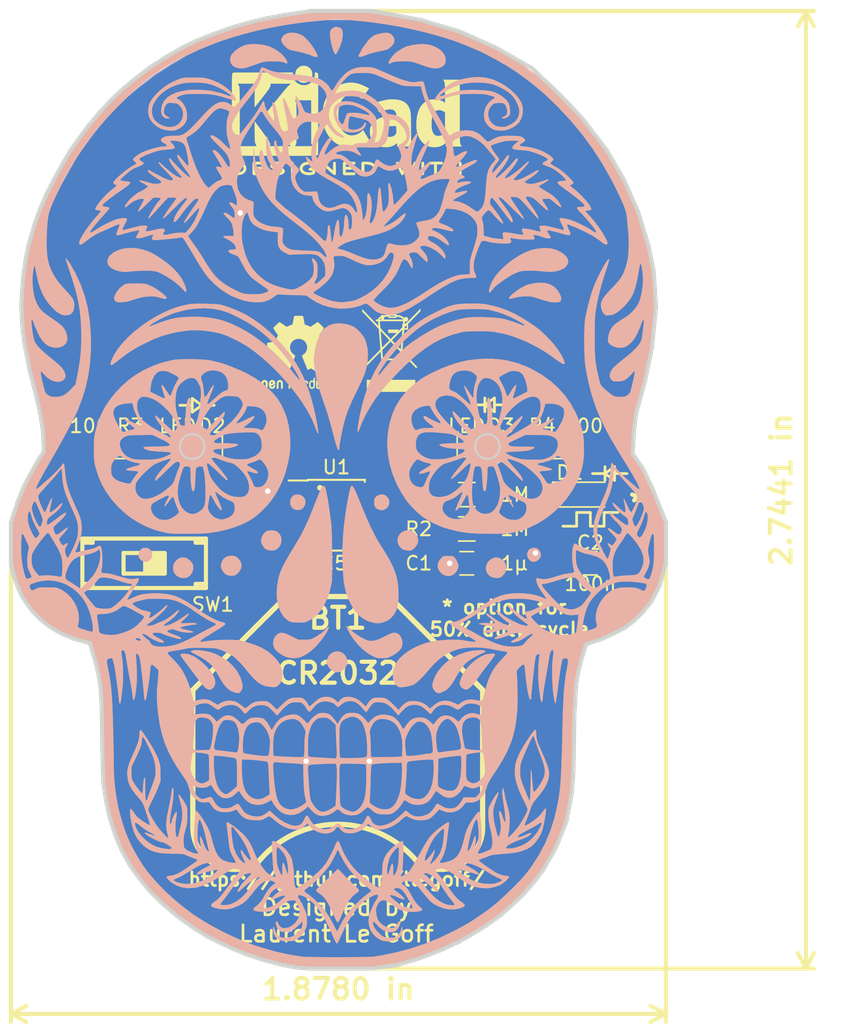
<source format=kicad_pcb>
(kicad_pcb (version 20171130) (host pcbnew "(5.0.0)")
  (layers (0 F.Cu signal) (31 B.Cu signal) (34 B.Paste user) (35 F.Paste user) (36 B.SilkS user) (37 F.SilkS user) (38 B.Mask user) (39 F.Mask user) (44 Edge.Cuts user))
  (net 0 "")
  (net 1 "Net-(BT1-Pad1)")
  (net 2 GND)
  (net 3 "Net-(C1-Pad1)")
  (net 4 "Net-(C2-Pad1)")
  (net 5 "Net-(D1-Pad2)")
  (net 6 "Net-(D2-Pad2)")
  (net 7 "Net-(D2-Pad1)")
  (net 8 "Net-(D3-Pad2)")
  (net 9 +3V3)
  (net 10 "Net-(SW1-Pad3)")
  (net 11 "Net-(SW1-Pad6)")
  (module _LaurentPerso:calavera (layer B.Cu) (at 141 81.6 180)
    (fp_text reference "" (at 0 0 180) (layer B.SilkS) (effects (font (size 1.27 1.27)) (justify mirror)))
    (fp_text value "" (at 0 0 180) (layer B.SilkS) (effects (font (size 1.27 1.27)) (justify mirror)))
  )
  (module _LaurentPerso:CR2032_smd (layer F.Cu) (at 138.6 113)
    (fp_text reference BT1 (at 0 -9) (layer F.SilkS) (effects (font (size 1.524 1.524) (thickness 0.3048))))
    (fp_text value CR2032 (at 0 -5) (layer F.SilkS) (effects (font (size 1.524 1.524) (thickness 0.3048))))
    (pad 1 smd rect (at -14.465 0) (size 5.08 5.08) (layers F.Cu F.Paste F.Mask) (net 1 "Net-(BT1-Pad1)"))
    (pad 1 smd rect (at 14.465 0) (size 5.08 5.08) (layers F.Cu F.Paste F.Mask) (net 1 "Net-(BT1-Pad1)"))
    (pad 2 smd circle (at 0 0) (size 6 6) (layers F.Cu F.Paste F.Mask) (net 2 GND))
  )
  (module Capacitors_SMD:C_0805_HandSoldering (layer F.Cu) (at 148 100 180)
    (fp_text reference C1 (at 3.5 0 180) (layer F.SilkS))
    (fp_text value 1µ (at -3.5 0 180) (layer F.SilkS))
    (pad 2 smd rect (at 1.25 0 180) (size 1.5 1.25) (layers F.Cu F.Paste F.Mask) (net 2 GND))
    (pad 1 smd rect (at -1.25 0 180) (size 1.5 1.25) (layers F.Cu F.Paste F.Mask) (net 3 "Net-(C1-Pad1)"))
  )
  (module Capacitors_SMD:C_0805_HandSoldering (layer F.Cu) (at 157 100)
    (fp_text reference C2 (at 0 -1.5) (layer F.SilkS))
    (fp_text value 100n (at 0 1.5) (layer F.SilkS))
    (pad 1 smd rect (at -1.25 0) (size 1.5 1.25) (layers F.Cu F.Paste F.Mask) (net 4 "Net-(C2-Pad1)"))
    (pad 2 smd rect (at 1.25 0) (size 1.5 1.25) (layers F.Cu F.Paste F.Mask) (net 2 GND))
  )
  (module LEDs:LED_0805_HandSoldering (layer F.Cu) (at 128 91.5 180)
    (fp_text reference D2 (at -1.45 1.5 180) (layer F.SilkS))
    (fp_text value LED (at 1.05 1.5 180) (layer F.SilkS))
    (pad 2 smd rect (at 1.35 0 180) (size 1.5 1.3) (layers F.Cu F.Paste F.Mask) (net 6 "Net-(D2-Pad2)"))
    (pad 1 smd rect (at -1.35 0 180) (size 1.5 1.3) (layers F.Cu F.Paste F.Mask) (net 7 "Net-(D2-Pad1)"))
  )
  (module LEDs:LED_0805_HandSoldering (layer F.Cu) (at 149.5 91.5)
    (fp_text reference D3 (at 1 -1.5) (layer F.SilkS))
    (fp_text value LED (at -1.5 -1.5) (layer F.SilkS))
    (pad 1 smd rect (at -1.35 0) (size 1.5 1.3) (layers F.Cu F.Paste F.Mask) (net 7 "Net-(D2-Pad1)"))
    (pad 2 smd rect (at 1.35 0) (size 1.5 1.3) (layers F.Cu F.Paste F.Mask) (net 8 "Net-(D3-Pad2)"))
  )
  (module Resistors_SMD:R_0805_HandSoldering (layer F.Cu) (at 148 95)
    (fp_text reference R1 (at -3.5 0) (layer F.SilkS))
    (fp_text value 1M (at 3.5 2.5) (layer F.SilkS))
    (pad 2 smd rect (at 1.35 0) (size 1.5 1.3) (layers F.Cu F.Paste F.Mask) (net 5 "Net-(D1-Pad2)"))
    (pad 1 smd rect (at -1.35 0) (size 1.5 1.3) (layers F.Cu F.Paste F.Mask) (net 9 +3V3))
  )
  (module Resistors_SMD:R_0805_HandSoldering (layer F.Cu) (at 148 97.5 180)
    (fp_text reference R2 (at 3.5 0 180) (layer F.SilkS))
    (fp_text value 1M (at -3.5 2.5 180) (layer F.SilkS))
    (pad 1 smd rect (at -1.35 0 180) (size 1.5 1.3) (layers F.Cu F.Paste F.Mask) (net 5 "Net-(D1-Pad2)"))
    (pad 2 smd rect (at 1.35 0 180) (size 1.5 1.3) (layers F.Cu F.Paste F.Mask) (net 3 "Net-(C1-Pad1)"))
  )
  (module Resistors_SMD:R_0805_HandSoldering (layer F.Cu) (at 122.5 91.5)
    (fp_text reference R3 (at 1 -1.5) (layer F.SilkS))
    (fp_text value 100 (at -2 -1.5) (layer F.SilkS))
    (pad 2 smd rect (at 1.35 0) (size 1.5 1.3) (layers F.Cu F.Paste F.Mask) (net 6 "Net-(D2-Pad2)"))
    (pad 1 smd rect (at -1.35 0) (size 1.5 1.3) (layers F.Cu F.Paste F.Mask) (net 9 +3V3))
  )
  (module Resistors_SMD:R_0805_HandSoldering (layer F.Cu) (at 154.75 91.5 180)
    (fp_text reference R4 (at 1.25 1.5 180) (layer F.SilkS))
    (fp_text value 100 (at -1.75 1.5 180) (layer F.SilkS))
    (pad 1 smd rect (at -1.35 0 180) (size 1.5 1.3) (layers F.Cu F.Paste F.Mask) (net 9 +3V3))
    (pad 2 smd rect (at 1.35 0 180) (size 1.5 1.3) (layers F.Cu F.Paste F.Mask) (net 8 "Net-(D3-Pad2)"))
  )
  (module _LaurentPerso:SW_DPDT_MSS22D18 (layer F.Cu) (at 124.5 100 180)
    (fp_text reference SW1 (at -5 -3 180) (layer F.SilkS))
    (fp_text value SW_DPDT_x2)
    (pad 1 smd rect (at -2.5 -2.75 180) (size 1.2 2.5) (layers F.Cu F.Paste F.Mask) (net 9 +3V3))
    (pad 2 smd rect (at 0 -2.75 180) (size 1.2 2.5) (layers F.Cu F.Paste F.Mask) (net 1 "Net-(BT1-Pad1)"))
    (pad 3 smd rect (at 2.5 -2.75 180) (size 1.2 2.5) (layers F.Cu F.Paste F.Mask) (net 10 "Net-(SW1-Pad3)"))
    (pad 4 smd rect (at -2.5 2.75 180) (size 1.2 2.5) (layers F.Cu F.Paste F.Mask) (net 9 +3V3))
    (pad 5 smd rect (at 0 2.75 180) (size 1.2 2.5) (layers F.Cu F.Paste F.Mask) (net 1 "Net-(BT1-Pad1)"))
    (pad 6 smd rect (at 2.5 2.75 180) (size 1.2 2.5) (layers F.Cu F.Paste F.Mask) (net 11 "Net-(SW1-Pad6)"))
  )
  (module Housings_SOIC:SOIC-8_3.9x4.9mm_Pitch1.27mm (layer F.Cu) (at 138.5 96.5)
    (fp_text reference U1 (at 0 -3.5) (layer F.SilkS))
    (fp_text value TLC555 (at 0 3.5) (layer F.SilkS))
    (pad 8 smd rect (at 2.7 -1.905) (size 1.55 0.6) (layers F.Cu F.Paste F.Mask) (net 9 +3V3))
    (pad 7 smd rect (at 2.7 -0.635) (size 1.55 0.6) (layers F.Cu F.Paste F.Mask) (net 5 "Net-(D1-Pad2)"))
    (pad 6 smd rect (at 2.7 0.635) (size 1.55 0.6) (layers F.Cu F.Paste F.Mask) (net 3 "Net-(C1-Pad1)"))
    (pad 5 smd rect (at 2.7 1.905) (size 1.55 0.6) (layers F.Cu F.Paste F.Mask) (net 4 "Net-(C2-Pad1)"))
    (pad 4 smd rect (at -2.7 1.905) (size 1.55 0.6) (layers F.Cu F.Paste F.Mask) (net 9 +3V3))
    (pad 3 smd rect (at -2.7 0.635) (size 1.55 0.6) (layers F.Cu F.Paste F.Mask) (net 7 "Net-(D2-Pad1)"))
    (pad 2 smd rect (at -2.7 -0.635) (size 1.55 0.6) (layers F.Cu F.Paste F.Mask) (net 3 "Net-(C1-Pad1)"))
    (pad 1 smd rect (at -2.7 -1.905) (size 1.55 0.6) (layers F.Cu F.Paste F.Mask) (net 2 GND))
  )
  (module Symbols:KiCad-Logo2_8mm_SilkScreen (layer F.Cu) (at 139.25 67.75)
    (fp_text reference REF*** hide)
    (fp_text value KiCad-Logo2_8mm_SilkScreen hide)
  )
  (module Symbols:OSHW-Logo2_7.3x6mm_SilkScreen (layer F.Cu) (at 135.75 84.75)
    (fp_text reference REF*** hide)
    (fp_text value OSHW-Logo2_7.3x6mm_SilkScreen hide)
  )
  (module Symbols:WEEE-Logo_4.2x6mm_SilkScreen (layer F.Cu) (at 142.5 84.5)
    (fp_text reference REF*** hide)
    (fp_text value WEEE-Logo_4.2x6mm_SilkScreen hide)
  )
  (module Diodes_SMD:D_MicroMELF_Hadsoldering (layer F.Cu) (at 156.95 95)
    (fp_text reference D1 (at -1.45 -1.6) (layer F.SilkS))
    (fp_text value 1N4148)
    (pad 2 smd rect (at 1.45 0) (size 2.2 1.5) (layers F.Cu F.Paste F.Mask) (net 5 "Net-(D1-Pad2)"))
    (pad 1 smd rect (at -1.45 0) (size 2.2 1.5) (layers F.Cu F.Paste F.Mask) (net 3 "Net-(C1-Pad1)"))
  )
  (dimension 69.7 (width 0.3) (layer F.SilkS) (gr_text "69,700 mm" (at 174.8 94.65 90) (layer F.SilkS) (effects (font (size 1.5 1.5) (thickness 0.3)))) (feature1 (pts (xy 141.1 59.8) (xy 173.286421 59.8))) (feature2 (pts (xy 141.1 129.5) (xy 173.286421 129.5))) (crossbar (pts (xy 172.7 129.5) (xy 172.7 59.8))) (arrow1a (pts (xy 172.7 59.8) (xy 173.286421 60.926504))) (arrow1b (pts (xy 172.7 59.8) (xy 172.113579 60.926504))) (arrow2a (pts (xy 172.7 129.5) (xy 173.286421 128.373496))) (arrow2b (pts (xy 172.7 129.5) (xy 172.113579 128.373496))))
  (dimension 47.7 (width 0.3) (layer F.SilkS) (gr_text "47,700 mm" (at 138.65 134.9) (layer F.SilkS) (effects (font (size 1.5 1.5) (thickness 0.3)))) (feature1 (pts (xy 162.5 100) (xy 162.5 133.386421))) (feature2 (pts (xy 114.8 100) (xy 114.8 133.386421))) (crossbar (pts (xy 114.8 132.8) (xy 162.5 132.8))) (arrow1a (pts (xy 162.5 132.8) (xy 161.373496 133.386421))) (arrow1b (pts (xy 162.5 132.8) (xy 161.373496 132.213579))) (arrow2a (pts (xy 114.8 132.8) (xy 115.926504 133.386421))) (arrow2b (pts (xy 114.8 132.8) (xy 115.926504 132.213579))))
  (gr_text "* option for \n50% duty cycle" (at 151.1 104) (layer F.SilkS) (effects (font (size 1 1) (thickness 0.2))))
  (gr_circle (center 149.5 91.5) (end 149.5 92.4) (layer Edge.Cuts) (width 0.15))
  (gr_circle (center 128 91.5) (end 128 90.6) (layer Edge.Cuts) (width 0.15))
  (gr_text * (at 160.4 95.6) (layer F.SilkS) (effects (font (size 1.5 1.5) (thickness 0.3))))
  (gr_line (start 158.763207 92.968463) (end 158.763207 93.968463) (layer F.SilkS) (width 0.2))
  (gr_line (start 158.763207 93.468463) (end 159.663207 93.468463) (layer F.SilkS) (width 0.2))
  (gr_line (start 158.063207 93.468463) (end 157.163207 93.468463) (layer F.SilkS) (width 0.2))
  (gr_line (start 158.063207 93.968463) (end 158.063207 92.968463) (layer F.SilkS) (width 0.2))
  (gr_line (start 158.763207 93.968463) (end 158.063207 93.468463) (layer F.SilkS) (width 0.2))
  (gr_line (start 158.063207 93.468463) (end 158.763207 92.968463) (layer F.SilkS) (width 0.2))
  (gr_text https://github.com/llegoff/ (at 138.5 123) (layer F.SilkS) (effects (font (size 1 1) (thickness 0.2))))
  (gr_text "Designed by\nLaurent Le Goff" (at 138.5 126) (layer F.SilkS) (effects (font (size 1.2 1.2) (thickness 0.2))))
  (gr_line (start 156 97.3) (end 155 97.3) (layer F.SilkS) (width 0.2))
  (gr_line (start 158 96.3) (end 159 96.3) (layer F.SilkS) (width 0.2))
  (gr_line (start 158 97.3) (end 158 96.3) (layer F.SilkS) (width 0.2))
  (gr_line (start 157 97.3) (end 158 97.3) (layer F.SilkS) (width 0.2))
  (gr_line (start 157 96.3) (end 157 97.3) (layer F.SilkS) (width 0.2))
  (gr_line (start 156 96.3) (end 157 96.3) (layer F.SilkS) (width 0.2))
  (gr_line (start 156 97.3) (end 156 96.3) (layer F.SilkS) (width 0.2))
  (gr_line (start 150.013207 88.468463) (end 150.913207 88.468463) (layer F.SilkS) (width 0.2))
  (gr_line (start 150.013207 87.968463) (end 150.013207 88.968463) (layer F.SilkS) (width 0.2))
  (gr_line (start 149.313207 88.968463) (end 149.313207 87.968463) (layer F.SilkS) (width 0.2))
  (gr_line (start 149.313207 88.468463) (end 150.013207 87.968463) (layer F.SilkS) (width 0.2))
  (gr_line (start 150.013207 88.968463) (end 149.313207 88.468463) (layer F.SilkS) (width 0.2))
  (gr_line (start 149.313207 88.468463) (end 148.413207 88.468463) (layer F.SilkS) (width 0.2))
  (gr_line (start 128 88.5) (end 127.1 88.5) (layer F.SilkS) (width 0.2))
  (gr_line (start 128.7 88.5) (end 129.6 88.5) (layer F.SilkS) (width 0.2))
  (gr_line (start 128.7 88) (end 128.7 89) (layer F.SilkS) (width 0.2))
  (gr_line (start 128.7 88.5) (end 128 89) (layer F.SilkS) (width 0.2))
  (gr_line (start 128 88) (end 128.7 88.5) (layer F.SilkS) (width 0.2))
  (gr_line (start 128 89) (end 128 88) (layer F.SilkS) (width 0.2))
  (gr_circle (center 137.3 94.5) (end 137.3 94.6) (layer F.SilkS) (width 0.2))
  (gr_line (start 132.065384 60.662132) (end 133.301071 60.360745) (layer Edge.Cuts) (width 0.3))
  (gr_line (start 135.440917 59.984011) (end 136.6 59.8) (layer Edge.Cuts) (width 0.3))
  (gr_line (start 133.301071 60.360745) (end 134.461409 60.134705) (layer Edge.Cuts) (width 0.3))
  (gr_line (start 134.461409 60.134705) (end 135.440917 59.984011) (layer Edge.Cuts) (width 0.3))
  (gr_line (start 130.814627 61.023796) (end 132.065384 60.662132) (layer Edge.Cuts) (width 0.3))
  (gr_line (start 130.905065 128.037185) (end 129.850211 127.539895) (layer Edge.Cuts) (width 0.3))
  (gr_line (start 129.850211 127.539895) (end 129.066605 127.148092) (layer Edge.Cuts) (width 0.3))
  (gr_line (start 126.866481 125.656228) (end 125.72121 124.67672) (layer Edge.Cuts) (width 0.3))
  (gr_line (start 141.860481 129.393426) (end 141.1 129.5) (layer Edge.Cuts) (width 0.3))
  (gr_line (start 144.151021 128.881068) (end 142.870125 129.242732) (layer Edge.Cuts) (width 0.3))
  (gr_line (start 144.949698 128.60982) (end 144.151021 128.881068) (layer Edge.Cuts) (width 0.3))
  (gr_line (start 129.066605 127.148092) (end 128.087096 126.53025) (layer Edge.Cuts) (width 0.3))
  (gr_line (start 146.290868 128.082391) (end 144.949698 128.60982) (layer Edge.Cuts) (width 0.3))
  (gr_line (start 121.501792 115.032337) (end 121.456585 113.630889) (layer Edge.Cuts) (width 0.3))
  (gr_line (start 122.842964 120.849106) (end 122.421023 119.839459) (layer Edge.Cuts) (width 0.3))
  (gr_line (start 121.53193 116.026914) (end 121.501792 115.032337) (layer Edge.Cuts) (width 0.3))
  (gr_line (start 123.490945 122.024515) (end 122.842964 120.849106) (layer Edge.Cuts) (width 0.3))
  (gr_line (start 125.72121 124.67672) (end 124.862257 123.817766) (layer Edge.Cuts) (width 0.3))
  (gr_line (start 133.180537 128.865997) (end 132.020196 128.489265) (layer Edge.Cuts) (width 0.3))
  (gr_line (start 148.551272 126.906983) (end 147.466277 127.524827) (layer Edge.Cuts) (width 0.3))
  (gr_line (start 124.093719 122.868398) (end 123.490945 122.024515) (layer Edge.Cuts) (width 0.3))
  (gr_line (start 124.862257 123.817766) (end 124.093719 122.868398) (layer Edge.Cuts) (width 0.3))
  (gr_line (start 128.087096 126.53025) (end 126.866481 125.656228) (layer Edge.Cuts) (width 0.3))
  (gr_line (start 132.020196 128.489265) (end 130.905065 128.037185) (layer Edge.Cuts) (width 0.3))
  (gr_line (start 141.1 129.5) (end 136.6 129.5) (layer Edge.Cuts) (width 0.3))
  (gr_line (start 147.466277 127.524827) (end 146.290868 128.082391) (layer Edge.Cuts) (width 0.3))
  (gr_line (start 135.6067 129.423564) (end 134.491569 129.212593) (layer Edge.Cuts) (width 0.3))
  (gr_line (start 121.727833 117.2626) (end 121.53193 116.026914) (layer Edge.Cuts) (width 0.3))
  (gr_line (start 121.999081 118.543495) (end 121.727833 117.2626) (layer Edge.Cuts) (width 0.3))
  (gr_line (start 134.491569 129.212593) (end 133.180537 128.865997) (layer Edge.Cuts) (width 0.3))
  (gr_line (start 136.6 129.5) (end 135.6067 129.423564) (layer Edge.Cuts) (width 0.3))
  (gr_line (start 142.870125 129.242732) (end 141.860481 129.393426) (layer Edge.Cuts) (width 0.3))
  (gr_line (start 122.421023 119.839459) (end 121.999081 118.543495) (layer Edge.Cuts) (width 0.3))
  (gr_line (start 118.472842 105.116706) (end 117.945416 104.815319) (layer Edge.Cuts) (width 0.3))
  (gr_line (start 116.378204 103.519356) (end 116.001469 103.006998) (layer Edge.Cuts) (width 0.3))
  (gr_line (start 121.381226 109.848483) (end 121.305881 108.868974) (layer Edge.Cuts) (width 0.3))
  (gr_line (start 120.914078 107.015443) (end 120.688036 106.307186) (layer Edge.Cuts) (width 0.3))
  (gr_line (start 121.456585 113.630889) (end 121.441504 112.349994) (layer Edge.Cuts) (width 0.3))
  (gr_line (start 121.411365 110.918405) (end 121.381226 109.848483) (layer Edge.Cuts) (width 0.3))
  (gr_line (start 121.441504 112.349994) (end 121.411365 110.918405) (layer Edge.Cuts) (width 0.3))
  (gr_line (start 116.001469 103.006998) (end 115.609666 102.404224) (layer Edge.Cuts) (width 0.3))
  (gr_line (start 129.307693 61.566293) (end 130.814627 61.023796) (layer Edge.Cuts) (width 0.3))
  (gr_line (start 117.342642 104.408448) (end 116.860423 104.001575) (layer Edge.Cuts) (width 0.3))
  (gr_line (start 115.865836 77.916535) (end 116.046668 76.982235) (layer Edge.Cuts) (width 0.3))
  (gr_line (start 127.348678 62.425245) (end 128.267907 61.988234) (layer Edge.Cuts) (width 0.3))
  (gr_line (start 126.067783 63.163643) (end 127.348678 62.425245) (layer Edge.Cuts) (width 0.3))
  (gr_line (start 116.694659 92.639287) (end 117.191949 91.870749) (layer Edge.Cuts) (width 0.3))
  (gr_line (start 120.688036 106.307186) (end 120.567482 105.824967) (layer Edge.Cuts) (width 0.3))
  (gr_line (start 122.782666 65.619947) (end 123.762172 64.791133) (layer Edge.Cuts) (width 0.3))
  (gr_line (start 120.371571 68.242014) (end 121.170245 67.277576) (layer Edge.Cuts) (width 0.3))
  (gr_line (start 119.135882 69.94485) (end 119.693449 69.161244) (layer Edge.Cuts) (width 0.3))
  (gr_line (start 116.935758 74.179337) (end 117.37277 73.154621) (layer Edge.Cuts) (width 0.3))
  (gr_line (start 115.594588 82.211299) (end 115.549378 81.276999) (layer Edge.Cuts) (width 0.3))
  (gr_line (start 116.694648 88.058206) (end 116.438471 87.01842) (layer Edge.Cuts) (width 0.3))
  (gr_line (start 121.305881 108.868974) (end 121.170255 108.05523) (layer Edge.Cuts) (width 0.3))
  (gr_line (start 114.8 97) (end 115 96.4) (layer Edge.Cuts) (width 0.3))
  (gr_line (start 115.293211 95.517533) (end 115.715153 94.447608) (layer Edge.Cuts) (width 0.3))
  (gr_line (start 118.487902 71.059982) (end 119.135882 69.94485) (layer Edge.Cuts) (width 0.3))
  (gr_line (start 115.805558 84.155245) (end 115.669933 83.175737) (layer Edge.Cuts) (width 0.3))
  (gr_line (start 116.589164 75.113636) (end 116.935758 74.179337) (layer Edge.Cuts) (width 0.3))
  (gr_line (start 115.609656 80.237214) (end 115.700072 79.046736) (layer Edge.Cuts) (width 0.3))
  (gr_line (start 115.549378 81.276999) (end 115.609656 80.237214) (layer Edge.Cuts) (width 0.3))
  (gr_line (start 119.377002 105.493441) (end 118.472842 105.116706) (layer Edge.Cuts) (width 0.3))
  (gr_line (start 116.046668 76.982235) (end 116.302845 76.047936) (layer Edge.Cuts) (width 0.3))
  (gr_line (start 117.146729 90.544647) (end 117.056313 89.866528) (layer Edge.Cuts) (width 0.3))
  (gr_line (start 114.8 100) (end 114.8 97) (layer Edge.Cuts) (width 0.3))
  (gr_line (start 115.669933 83.175737) (end 115.594588 82.211299) (layer Edge.Cuts) (width 0.3))
  (gr_line (start 116.905619 89.007574) (end 116.694648 88.058206) (layer Edge.Cuts) (width 0.3))
  (gr_line (start 115.715153 94.447608) (end 116.152163 93.618796) (layer Edge.Cuts) (width 0.3))
  (gr_line (start 117.945416 104.815319) (end 117.342642 104.408448) (layer Edge.Cuts) (width 0.3))
  (gr_line (start 116.302845 76.047936) (end 116.589164 75.113636) (layer Edge.Cuts) (width 0.3))
  (gr_line (start 115.986391 85.044336) (end 115.805558 84.155245) (layer Edge.Cuts) (width 0.3))
  (gr_line (start 116.152163 93.618796) (end 116.694659 92.639287) (layer Edge.Cuts) (width 0.3))
  (gr_line (start 128.267907 61.988234) (end 129.307693 61.566293) (layer Edge.Cuts) (width 0.3))
  (gr_line (start 115.609666 102.404224) (end 115.368557 101.906935) (layer Edge.Cuts) (width 0.3))
  (gr_line (start 115 96.4) (end 115.293211 95.517533) (layer Edge.Cuts) (width 0.3))
  (gr_line (start 117.056313 89.866528) (end 116.905619 89.007574) (layer Edge.Cuts) (width 0.3))
  (gr_line (start 116.860423 104.001575) (end 116.378204 103.519356) (layer Edge.Cuts) (width 0.3))
  (gr_line (start 123.762172 64.791133) (end 124.922513 63.902041) (layer Edge.Cuts) (width 0.3))
  (gr_line (start 117.191949 91.870749) (end 117.16181 91.19263) (layer Edge.Cuts) (width 0.3))
  (gr_line (start 115.157586 101.3343) (end 114.961686 100.731526) (layer Edge.Cuts) (width 0.3))
  (gr_line (start 121.170245 67.277576) (end 122.044267 66.328207) (layer Edge.Cuts) (width 0.3))
  (gr_line (start 121.170255 108.05523) (end 120.914078 107.015443) (layer Edge.Cuts) (width 0.3))
  (gr_line (start 124.922513 63.902041) (end 126.067783 63.163643) (layer Edge.Cuts) (width 0.3))
  (gr_line (start 122.044267 66.328207) (end 122.782666 65.619947) (layer Edge.Cuts) (width 0.3))
  (gr_line (start 119.693449 69.161244) (end 120.371571 68.242014) (layer Edge.Cuts) (width 0.3))
  (gr_line (start 117.37277 73.154621) (end 117.870057 72.175113) (layer Edge.Cuts) (width 0.3))
  (gr_line (start 120.567482 105.824967) (end 119.377002 105.493441) (layer Edge.Cuts) (width 0.3))
  (gr_line (start 114.961686 100.731526) (end 114.8 100) (layer Edge.Cuts) (width 0.3))
  (gr_line (start 117.870057 72.175113) (end 118.487902 71.059982) (layer Edge.Cuts) (width 0.3))
  (gr_line (start 115.700072 79.046736) (end 115.865836 77.916535) (layer Edge.Cuts) (width 0.3))
  (gr_line (start 116.152152 85.933428) (end 115.986391 85.044336) (layer Edge.Cuts) (width 0.3))
  (gr_line (start 115.368557 101.906935) (end 115.157586 101.3343) (layer Edge.Cuts) (width 0.3))
  (gr_line (start 116.438471 87.01842) (end 116.152152 85.933428) (layer Edge.Cuts) (width 0.3))
  (gr_line (start 117.16181 91.19263) (end 117.146729 90.544647) (layer Edge.Cuts) (width 0.3))
  (gr_line (start 161.612997 78.765592) (end 161.783489 81.322945) (layer Edge.Cuts) (width 0.3))
  (gr_line (start 159.439249 72.073851) (end 160.462189 74.375469) (layer Edge.Cuts) (width 0.3))
  (gr_line (start 160.847859 103.519356) (end 160.245085 104.1372) (layer Edge.Cuts) (width 0.3))
  (gr_line (start 154.774912 65.876126) (end 156.370424 67.555861) (layer Edge.Cuts) (width 0.3))
  (gr_line (start 149.395155 126.379557) (end 148.551272 126.906983) (layer Edge.Cuts) (width 0.3))
  (gr_line (start 150.434939 125.641158) (end 149.395155 126.379557) (layer Edge.Cuts) (width 0.3))
  (gr_line (start 151.293893 124.88769) (end 150.434939 125.641158) (layer Edge.Cuts) (width 0.3))
  (gr_line (start 158.203195 69.942723) (end 159.439249 72.073851) (layer Edge.Cuts) (width 0.3))
  (gr_line (start 152.092566 124.119155) (end 151.293893 124.88769) (layer Edge.Cuts) (width 0.3))
  (gr_line (start 152.906311 123.199924) (end 152.092566 124.119155) (layer Edge.Cuts) (width 0.3))
  (gr_line (start 153.554294 122.325902) (end 152.906311 123.199924) (layer Edge.Cuts) (width 0.3))
  (gr_line (start 147.481347 61.295044) (end 150.073274 62.440315) (layer Edge.Cuts) (width 0.3))
  (gr_line (start 154.021445 121.527225) (end 153.554294 122.325902) (layer Edge.Cuts) (width 0.3))
  (gr_line (start 155.257131 118.799676) (end 154.880396 119.749043) (layer Edge.Cuts) (width 0.3))
  (gr_line (start 155.648934 116.689965) (end 155.437963 117.820167) (layer Edge.Cuts) (width 0.3))
  (gr_line (start 155.72428 115.770736) (end 155.648934 116.689965) (layer Edge.Cuts) (width 0.3))
  (gr_line (start 155.799628 113.38978) (end 155.769489 115.047408) (layer Edge.Cuts) (width 0.3))
  (gr_line (start 155.829766 111.084169) (end 155.799628 113.38978) (layer Edge.Cuts) (width 0.3))
  (gr_line (start 160.334321 89.080249) (end 160.163832 90.486793) (layer Edge.Cuts) (width 0.3))
  (gr_line (start 155.965389 108.853906) (end 155.829766 111.084169) (layer Edge.Cuts) (width 0.3))
  (gr_line (start 156.357192 106.955166) (end 156.131153 107.859327) (layer Edge.Cuts) (width 0.3))
  (gr_line (start 162.038336 101.635686) (end 161.450633 102.796027) (layer Edge.Cuts) (width 0.3))
  (gr_line (start 160.845793 93.12939) (end 161.527754 94.578558) (layer Edge.Cuts) (width 0.3))
  (gr_line (start 158.692942 105.116706) (end 157.833988 105.508509) (layer Edge.Cuts) (width 0.3))
  (gr_line (start 156.748995 105.870173) (end 156.658579 106.005799) (layer Edge.Cuts) (width 0.3))
  (gr_line (start 157.833988 105.508509) (end 156.748995 105.870173) (layer Edge.Cuts) (width 0.3))
  (gr_line (start 159.521757 104.694765) (end 158.692942 105.116706) (layer Edge.Cuts) (width 0.3))
  (gr_line (start 162.5 97) (end 162.5 100) (layer Edge.Cuts) (width 0.3))
  (gr_line (start 160.163832 90.486793) (end 160.078586 92.021204) (layer Edge.Cuts) (width 0.3))
  (gr_line (start 152.725479 63.94725) (end 154.774912 65.876126) (layer Edge.Cuts) (width 0.3))
  (gr_line (start 141.1 59.8) (end 144.648311 60.451161) (layer Edge.Cuts) (width 0.3))
  (gr_line (start 160.931039 86.949121) (end 160.334321 89.080249) (layer Edge.Cuts) (width 0.3))
  (gr_line (start 161.229396 76.847577) (end 161.612997 78.765592) (layer Edge.Cuts) (width 0.3))
  (gr_line (start 155.769489 115.047408) (end 155.72428 115.770736) (layer Edge.Cuts) (width 0.3))
  (gr_line (start 161.527754 94.578558) (end 162.5 97) (layer Edge.Cuts) (width 0.3))
  (gr_line (start 156.658579 106.005799) (end 156.357192 106.955166) (layer Edge.Cuts) (width 0.3))
  (gr_line (start 155.437963 117.820167) (end 155.257131 118.799676) (layer Edge.Cuts) (width 0.3))
  (gr_line (start 156.131153 107.859327) (end 155.965389 108.853906) (layer Edge.Cuts) (width 0.3))
  (gr_line (start 161.485132 84.306523) (end 160.931039 86.949121) (layer Edge.Cuts) (width 0.3))
  (gr_line (start 161.783489 81.322945) (end 161.485132 84.306523) (layer Edge.Cuts) (width 0.3))
  (gr_line (start 136.6 59.8) (end 141.1 59.8) (layer Edge.Cuts) (width 0.3))
  (gr_line (start 156.370424 67.555861) (end 158.203195 69.942723) (layer Edge.Cuts) (width 0.3))
  (gr_line (start 154.473525 120.713481) (end 154.021445 121.527225) (layer Edge.Cuts) (width 0.3))
  (gr_line (start 154.880396 119.749043) (end 154.473525 120.713481) (layer Edge.Cuts) (width 0.3))
  (gr_line (start 160.462189 74.375469) (end 161.229396 76.847577) (layer Edge.Cuts) (width 0.3))
  (gr_line (start 160.245085 104.1372) (end 159.521757 104.694765) (layer Edge.Cuts) (width 0.3))
  (gr_line (start 160.078586 92.021204) (end 160.845793 93.12939) (layer Edge.Cuts) (width 0.3))
  (gr_line (start 161.450633 102.796027) (end 160.847859 103.519356) (layer Edge.Cuts) (width 0.3))
  (gr_line (start 144.648311 60.451161) (end 147.481347 61.295044) (layer Edge.Cuts) (width 0.3))
  (gr_line (start 150.073274 62.440315) (end 152.725479 63.94725) (layer Edge.Cuts) (width 0.3))
  (gr_line (start 162.5 100) (end 162.038336 101.635686) (layer Edge.Cuts) (width 0.3))
  (segment (start 124.135 103.115) (end 124.5 102.75) (width 0.25) (layer F.Cu) (net 1))
  (segment (start 124.5 101.25) (end 124.5 97.25) (width 0.25) (layer F.Cu) (net 1))
  (segment (start 124.5 102.75) (end 124.5 101.25) (width 0.25) (layer F.Cu) (net 1))
  (segment (start 124.135 107) (end 124.135 103.115) (width 0.25) (layer F.Cu) (net 1))
  (segment (start 124.135 113) (end 124.135 107) (width 0.25) (layer F.Cu) (net 1))
  (segment (start 153.065 110.21) (end 144.355 101.5) (width 0.25) (layer F.Cu) (net 1))
  (segment (start 144.355 101.5) (end 131.5 101.5) (width 0.25) (layer F.Cu) (net 1))
  (segment (start 126 107) (end 124.135 107) (width 0.25) (layer F.Cu) (net 1))
  (segment (start 153.065 113) (end 153.065 110.21) (width 0.25) (layer F.Cu) (net 1))
  (segment (start 131.5 101.5) (end 126 107) (width 0.25) (layer F.Cu) (net 1))
  (via (at 131.5 74.5) (size 0.8) (drill 0.4) (layers F.Cu B.Cu) (net 2))
  (via (at 140.9 114.4) (size 0.8) (drill 0.4) (layers F.Cu B.Cu) (net 2))
  (via (at 136.3 114.4) (size 0.8) (drill 0.4) (layers F.Cu B.Cu) (net 2))
  (segment (start 138.6 113) (end 137.7 113) (width 0.25) (layer F.Cu) (net 2))
  (segment (start 158.25 99.125) (end 157.375 98.25) (width 0.25) (layer F.Cu) (net 2))
  (segment (start 157.375 98.25) (end 153.5 98.25) (width 0.25) (layer F.Cu) (net 2))
  (segment (start 158.25 100) (end 158.25 99.125) (width 0.25) (layer F.Cu) (net 2))
  (segment (start 146.75 100.875) (end 146.75 100) (width 0.25) (layer F.Cu) (net 2))
  (segment (start 150.25 101.5) (end 147.375 101.5) (width 0.25) (layer F.Cu) (net 2))
  (segment (start 147.375 101.5) (end 146.75 100.875) (width 0.25) (layer F.Cu) (net 2))
  (via (at 133.5 94.75) (size 0.8) (drill 0.4) (layers F.Cu B.Cu) (net 2))
  (segment (start 135.8 94.595) (end 133.655 94.595) (width 0.25) (layer F.Cu) (net 2))
  (segment (start 133.655 94.595) (end 133.5 94.75) (width 0.25) (layer F.Cu) (net 2))
  (via (at 146.75 100) (size 0.8) (drill 0.4) (layers F.Cu B.Cu) (net 2))
  (via (at 153 99.25) (size 0.8) (drill 0.4) (layers F.Cu B.Cu) (net 2))
  (segment (start 152.5 99.25) (end 153 99.25) (width 0.25) (layer F.Cu) (net 2))
  (segment (start 152.5 99.25) (end 150.25 101.5) (width 0.25) (layer F.Cu) (net 2))
  (segment (start 153.5 98.25) (end 152.5 99.25) (width 0.25) (layer F.Cu) (net 2))
  (segment (start 146.65 97.5) (end 146.75 97.5) (width 0.25) (layer F.Cu) (net 3))
  (segment (start 146.75 97.5) (end 149.25 100) (width 0.25) (layer F.Cu) (net 3))
  (segment (start 136.825 95.865) (end 135.8 95.865) (width 0.25) (layer F.Cu) (net 3))
  (segment (start 138.905 95.865) (end 136.825 95.865) (width 0.25) (layer F.Cu) (net 3))
  (segment (start 140.175 97.135) (end 138.905 95.865) (width 0.25) (layer F.Cu) (net 3))
  (segment (start 141.2 97.135) (end 140.175 97.135) (width 0.25) (layer F.Cu) (net 3))
  (segment (start 146.285 97.135) (end 146.65 97.5) (width 0.25) (layer F.Cu) (net 3))
  (segment (start 141.2 97.135) (end 146.285 97.135) (width 0.25) (layer F.Cu) (net 3))
  (segment (start 155.25 95) (end 155.9 95) (width 0.25) (layer F.Cu) (net 3))
  (segment (start 150.25 100) (end 155.25 95) (width 0.25) (layer F.Cu) (net 3))
  (segment (start 149.25 100) (end 150.25 100) (width 0.25) (layer F.Cu) (net 3))
  (segment (start 154.75 100) (end 155.75 100) (width 0.25) (layer F.Cu) (net 4))
  (segment (start 152.75 102) (end 154.75 100) (width 0.25) (layer F.Cu) (net 4))
  (segment (start 145.82 102) (end 152.75 102) (width 0.25) (layer F.Cu) (net 4))
  (segment (start 142.225 98.405) (end 145.82 102) (width 0.25) (layer F.Cu) (net 4))
  (segment (start 141.2 98.405) (end 142.225 98.405) (width 0.25) (layer F.Cu) (net 4))
  (segment (start 142.225 95.865) (end 142.61 96.25) (width 0.25) (layer F.Cu) (net 5))
  (segment (start 141.2 95.865) (end 142.225 95.865) (width 0.25) (layer F.Cu) (net 5))
  (segment (start 142.61 96.25) (end 149.35 96.25) (width 0.25) (layer F.Cu) (net 5))
  (segment (start 149.35 95) (end 149.35 96.25) (width 0.25) (layer F.Cu) (net 5))
  (segment (start 149.35 96.25) (end 149.35 97.5) (width 0.25) (layer F.Cu) (net 5))
  (segment (start 149.35 94.1) (end 149.7 93.75) (width 0.25) (layer F.Cu) (net 5))
  (segment (start 149.35 95) (end 149.35 94.1) (width 0.25) (layer F.Cu) (net 5))
  (segment (start 149.7 93.75) (end 157.5 93.75) (width 0.25) (layer F.Cu) (net 5))
  (segment (start 158 94.25) (end 158 95) (width 0.25) (layer F.Cu) (net 5))
  (segment (start 157.5 93.75) (end 158 94.25) (width 0.25) (layer F.Cu) (net 5))
  (segment (start 124.35 91.5) (end 126.7 91.5) (width 0.25) (layer F.Cu) (net 6))
  (segment (start 134.775 97.135) (end 135.8 97.135) (width 0.25) (layer F.Cu) (net 7))
  (segment (start 134.135 97.135) (end 134.775 97.135) (width 0.25) (layer F.Cu) (net 7))
  (segment (start 129.4 92.4) (end 134.135 97.135) (width 0.25) (layer F.Cu) (net 7))
  (segment (start 129.4 91.5) (end 129.4 92.4) (width 0.25) (layer F.Cu) (net 7))
  (segment (start 129.4 91.5) (end 148.15 91.5) (width 0.25) (layer F.Cu) (net 7))
  (segment (start 150.85 91.5) (end 153.4 91.5) (width 0.25) (layer F.Cu) (net 8))
  (segment (start 127 101.25) (end 127 97.25) (width 0.25) (layer F.Cu) (net 9))
  (segment (start 127 102.75) (end 127 101.25) (width 0.25) (layer F.Cu) (net 9))
  (segment (start 127 97.25) (end 127 96.6) (width 0.25) (layer F.Cu) (net 9))
  (segment (start 125.75 94.5) (end 122.5 94.5) (width 0.25) (layer F.Cu) (net 9))
  (segment (start 127 97.25) (end 127 95.75) (width 0.25) (layer F.Cu) (net 9))
  (segment (start 127 95.75) (end 125.75 94.5) (width 0.25) (layer F.Cu) (net 9))
  (segment (start 156.1 90.6) (end 156.1 91.5) (width 0.25) (layer F.Cu) (net 9))
  (segment (start 155.5 90) (end 156.1 90.6) (width 0.25) (layer F.Cu) (net 9))
  (segment (start 128.155 98.405) (end 127 97.25) (width 0.25) (layer F.Cu) (net 9))
  (segment (start 135.8 98.405) (end 128.155 98.405) (width 0.25) (layer F.Cu) (net 9))
  (segment (start 146.245 94.595) (end 146.65 95) (width 0.25) (layer F.Cu) (net 9))
  (segment (start 141.2 94.595) (end 146.245 94.595) (width 0.25) (layer F.Cu) (net 9))
  (segment (start 156.1 92.4) (end 156.1 91.5) (width 0.25) (layer F.Cu) (net 9))
  (segment (start 155.5 93) (end 156.1 92.4) (width 0.25) (layer F.Cu) (net 9))
  (segment (start 147.75 93) (end 155.5 93) (width 0.25) (layer F.Cu) (net 9))
  (segment (start 146.65 95) (end 146.65 94.1) (width 0.25) (layer F.Cu) (net 9))
  (segment (start 146.65 94.1) (end 147.75 93) (width 0.25) (layer F.Cu) (net 9))
  (segment (start 121.75 90) (end 123 90) (width 0.25) (layer F.Cu) (net 9))
  (segment (start 121.15 90.6) (end 121.75 90) (width 0.25) (layer F.Cu) (net 9))
  (segment (start 121.15 91.5) (end 121.15 90.6) (width 0.25) (layer F.Cu) (net 9))
  (segment (start 122.25 90) (end 123 90) (width 0.25) (layer F.Cu) (net 9))
  (segment (start 123 90) (end 155.5 90) (width 0.25) (layer F.Cu) (net 9))
  (segment (start 121.15 93.15) (end 121.15 91.5) (width 0.25) (layer F.Cu) (net 9))
  (segment (start 122 94) (end 121.15 93.15) (width 0.25) (layer F.Cu) (net 9))
  (segment (start 122 94) (end 121.65 93.65) (width 0.25) (layer F.Cu) (net 9))
  (segment (start 122.5 94.5) (end 122 94) (width 0.25) (layer F.Cu) (net 9))
  (zone (net 2) (net_name GND) (layer F.Cu) (connect_pads (clearance 0.508)) (min_thickness 0.254) (fill yes (arc_segments 16) (thermal_gap 0.508) (thermal_bridge_width 0.508))
    (polygon (pts (xy 129 74) (xy 149 74) (xy 149 81) (xy 129 81)))
  )
  (zone (net 2) (net_name GND) (layer B.Cu) (connect_pads (clearance 0.508)) (min_thickness 0.254) (fill yes (arc_segments 16) (thermal_gap 0.508) (thermal_bridge_width 0.508))
    (polygon (pts (xy 141 59) (xy 136 59) (xy 130 61) (xy 125 63) (xy 120 68) (xy 117 72) (xy 115 78) (xy 115 84) (xy 116 91) (xy 115 94) (xy 114 98) (xy 115 103) (xy 117 105) (xy 120 107) (xy 121 109) (xy 121 114) (xy 121 118) (xy 123 124) (xy 127 127) (xy 131 129) (xy 135 130) (xy 141 130) (xy 145 129) (xy 148 128) (xy 152 125) (xy 155 122) (xy 156 118) (xy 157 114) (xy 158 108) (xy 158 106) (xy 162 104) (xy 163 101) (xy 163 96) (xy 161 92) (xy 161 89) (xy 162 85) (xy 162 78) (xy 160 72) (xy 157 67) (xy 153 63) (xy 147 60) (xy 144 59)))
  )
)
</source>
